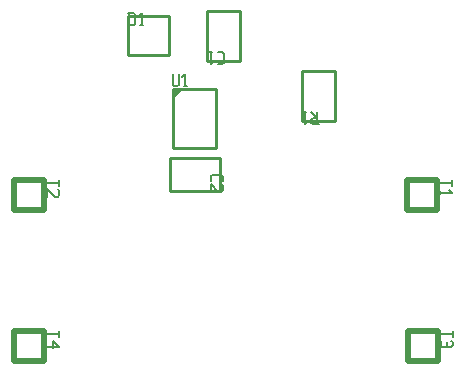
<source format=gbr>
G04 start of page 7 for group -4079 idx -4079
G04 Title: (unknown), topsilk *
G04 Creator: pcb 20080202 *
G04 CreationDate: Thu 01 Apr 2010 01:26:29 PM GMT UTC *
G04 For: ed *
G04 Format: Gerber/RS-274X *
G04 PCB-Dimensions: 162499 149999 *
G04 PCB-Coordinate-Origin: lower left *
%MOIN*%
%FSLAX24Y24*%
%LNFRONTSILK*%
%ADD11C,0.0200*%
%ADD31C,0.0100*%
%ADD32C,0.0080*%
G54D11*X14148Y7146D02*Y6146D01*
X15148D01*
Y7146D01*
X14148D01*
G54D31*Y6146D02*X15148D01*
Y7146D01*
G54D11*X14162Y2108D02*Y1108D01*
X15162D01*
Y2108D01*
X14162D01*
G54D31*Y1108D02*X15162D01*
Y2108D01*
X6329Y8205D02*Y10174D01*
X7782D01*
Y8205D01*
X6329D01*
Y10124D02*X6379Y10174D01*
X6329Y10024D02*X6479Y10174D01*
X6329Y9924D02*X6579Y10174D01*
G54D11*X1047Y2112D02*Y1112D01*
X2047D01*
Y2112D01*
X1047D01*
G54D31*Y1112D02*X2047D01*
Y2112D01*
X10660Y10776D02*X11740D01*
X10660D02*Y9096D01*
X11740D01*
Y10776D02*Y9096D01*
G54D11*X1046Y7157D02*Y6157D01*
X2046D01*
Y7157D01*
X1046D01*
G54D31*Y6157D02*X2046D01*
Y7157D01*
X6229Y7867D02*Y6787D01*
X7909D01*
Y7867D01*
X6229D01*
X4828Y11325D02*X6218D01*
Y12605D02*Y11325D01*
X4828Y12605D02*X6218D01*
X4828D02*Y11325D01*
X7488Y12790D02*X8568D01*
X7488D02*Y11110D01*
X8568D01*
Y12790D02*Y11110D01*
G54D32*X15648Y7146D02*Y6946D01*
X15248Y7046D02*X15648D01*
X15248Y6776D02*Y6676D01*
Y6726D02*X15648D01*
X15548Y6826D02*X15648Y6726D01*
X15662Y2108D02*Y1908D01*
X15262Y2008D02*X15662D01*
X15612Y1788D02*X15662Y1738D01*
Y1638D01*
X15612Y1588D01*
X15312D02*X15612D01*
X15262Y1638D02*X15312Y1588D01*
X15262Y1738D02*Y1638D01*
X15312Y1788D02*X15262Y1738D01*
X15462D02*Y1588D01*
X6329Y10674D02*Y10324D01*
X6379Y10274D01*
X6479D01*
X6529Y10324D01*
Y10674D02*Y10324D01*
X6699Y10274D02*X6799D01*
X6749Y10674D02*Y10274D01*
X6649Y10574D02*X6749Y10674D01*
X2547Y2112D02*Y1912D01*
X2147Y2012D02*X2547D01*
X2347Y1792D02*X2547Y1592D01*
X2347Y1792D02*Y1542D01*
X2147Y1592D02*X2547D01*
X11000Y8996D02*X11200D01*
X11000D02*X10950Y9046D01*
Y9146D02*Y9046D01*
X11000Y9196D02*X10950Y9146D01*
X11000Y9196D02*X11150D01*
Y9396D02*Y8996D01*
Y9196D02*X10950Y9396D01*
X10679D02*X10779D01*
X10729D02*Y8996D01*
X10829Y9096D02*X10729Y8996D01*
X2546Y7157D02*Y6957D01*
X2146Y7057D02*X2546D01*
X2496Y6837D02*X2546Y6787D01*
Y6637D01*
X2496Y6587D01*
X2396D02*X2496D01*
X2146Y6837D02*X2396Y6587D01*
X2146Y6837D02*Y6587D01*
X7609Y7277D02*Y7127D01*
X7659Y7327D02*X7609Y7277D01*
X7659Y7327D02*X7959D01*
X8009Y7277D01*
Y7127D01*
X7959Y7007D02*X8009Y6957D01*
Y6807D01*
X7959Y6757D01*
X7859D02*X7959D01*
X7609Y7007D02*X7859Y6757D01*
X7609Y7007D02*Y6757D01*
X4878Y12705D02*Y12305D01*
X5028Y12705D02*X5078Y12655D01*
Y12355D01*
X5028Y12305D02*X5078Y12355D01*
X4828Y12305D02*X5028D01*
X4828Y12705D02*X5028D01*
X5248Y12305D02*X5348D01*
X5298Y12705D02*Y12305D01*
X5198Y12605D02*X5298Y12705D01*
X7828Y11410D02*X7978D01*
X8028Y11360D02*X7978Y11410D01*
X8028Y11360D02*Y11060D01*
X7978Y11010D01*
X7828D02*X7978D01*
X7557Y11410D02*X7657D01*
X7607D02*Y11010D01*
X7707Y11110D02*X7607Y11010D01*
M02*

</source>
